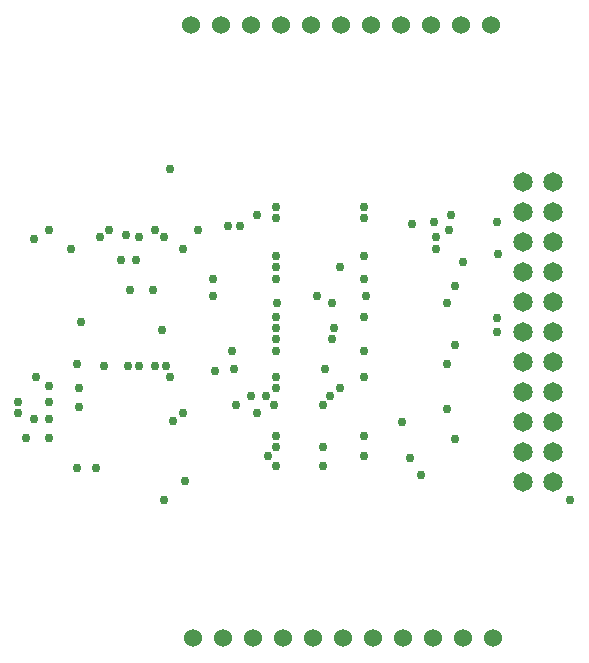
<source format=gbr>
G04 EAGLE Gerber RS-274X export*
G75*
%MOMM*%
%FSLAX34Y34*%
%LPD*%
%INEAGLE Copper Layer 15*%
%IPPOS*%
%AMOC8*
5,1,8,0,0,1.08239X$1,22.5*%
G01*
%ADD10C,1.524000*%
%ADD11C,1.650000*%
%ADD12C,0.756400*%


D10*
X596964Y41275D03*
X622364Y41275D03*
X647764Y41275D03*
X673164Y41275D03*
X698564Y41275D03*
X723964Y41275D03*
X749364Y41275D03*
X774764Y41275D03*
X800164Y41275D03*
X825564Y41275D03*
X850964Y41275D03*
X850011Y560515D03*
X824611Y560515D03*
X799211Y560515D03*
X773811Y560515D03*
X748411Y560515D03*
X723011Y560515D03*
X697611Y560515D03*
X672211Y560515D03*
X646811Y560515D03*
X621411Y560515D03*
X596011Y560515D03*
D11*
X901891Y401828D03*
X901891Y427228D03*
X876491Y427228D03*
X876491Y401828D03*
X901891Y376428D03*
X876491Y376428D03*
X901891Y351028D03*
X876491Y351028D03*
X901891Y325628D03*
X876491Y325628D03*
X901891Y300228D03*
X876491Y300228D03*
X901891Y274828D03*
X876491Y274828D03*
X901891Y249428D03*
X876491Y249428D03*
X901891Y224028D03*
X876491Y224028D03*
X901891Y198628D03*
X876491Y198628D03*
X901891Y173228D03*
X876491Y173228D03*
D12*
X515200Y185600D03*
X499200Y185600D03*
X462400Y379200D03*
X475200Y254400D03*
X564800Y272000D03*
X552000Y272000D03*
X577600Y262400D03*
X803200Y371200D03*
X588800Y371200D03*
X494400Y371200D03*
X577600Y438400D03*
X540800Y382400D03*
X564800Y387200D03*
X601600Y387200D03*
X780800Y193600D03*
X790400Y179200D03*
X572800Y158400D03*
X916800Y158400D03*
X475200Y211200D03*
X456000Y211200D03*
X475200Y227200D03*
X462400Y227200D03*
X500800Y236800D03*
X449600Y232000D03*
X475200Y241600D03*
X449600Y241600D03*
X500800Y252800D03*
X464000Y262400D03*
X707200Y203200D03*
X667200Y203200D03*
X707200Y187200D03*
X667200Y187200D03*
X667200Y212800D03*
X742400Y212800D03*
X502400Y308800D03*
X660800Y195200D03*
X742400Y195200D03*
X819200Y209600D03*
X774400Y224000D03*
X812800Y235200D03*
X812800Y273600D03*
X819200Y289600D03*
X667200Y262400D03*
X742400Y262400D03*
X651200Y232000D03*
X721600Y252800D03*
X667200Y252800D03*
X659200Y246400D03*
X646400Y246400D03*
X713600Y246400D03*
X665600Y238400D03*
X633600Y238400D03*
X707200Y238400D03*
X854400Y300800D03*
X854400Y312000D03*
X819200Y339200D03*
X812800Y324800D03*
X667200Y313600D03*
X742400Y313600D03*
X588800Y232000D03*
X716800Y304000D03*
X667200Y304000D03*
X715200Y294400D03*
X667200Y294400D03*
X667200Y284800D03*
X742400Y284800D03*
X580800Y225600D03*
X803200Y380800D03*
X816000Y400000D03*
X801600Y393600D03*
X854400Y393600D03*
X814400Y387200D03*
X627200Y390400D03*
X651200Y400000D03*
X667200Y406400D03*
X742400Y406400D03*
X636800Y390400D03*
X667200Y396800D03*
X742400Y396800D03*
X668800Y324800D03*
X715200Y324800D03*
X632000Y268800D03*
X708800Y268800D03*
X825600Y360000D03*
X856000Y366400D03*
X782400Y392000D03*
X667200Y364800D03*
X742400Y364800D03*
X616000Y267200D03*
X630400Y284800D03*
X721600Y355200D03*
X667200Y355200D03*
X702400Y331200D03*
X744000Y331200D03*
X614400Y331200D03*
X667200Y345600D03*
X742400Y345600D03*
X614400Y345600D03*
X518400Y380800D03*
X590400Y174400D03*
X563200Y336000D03*
X544000Y336000D03*
X552000Y380800D03*
X572800Y380800D03*
X574400Y272000D03*
X571200Y302400D03*
X526400Y387200D03*
X475200Y387200D03*
X542400Y272000D03*
X521600Y272000D03*
X499200Y273600D03*
X548800Y361600D03*
X536000Y361600D03*
M02*

</source>
